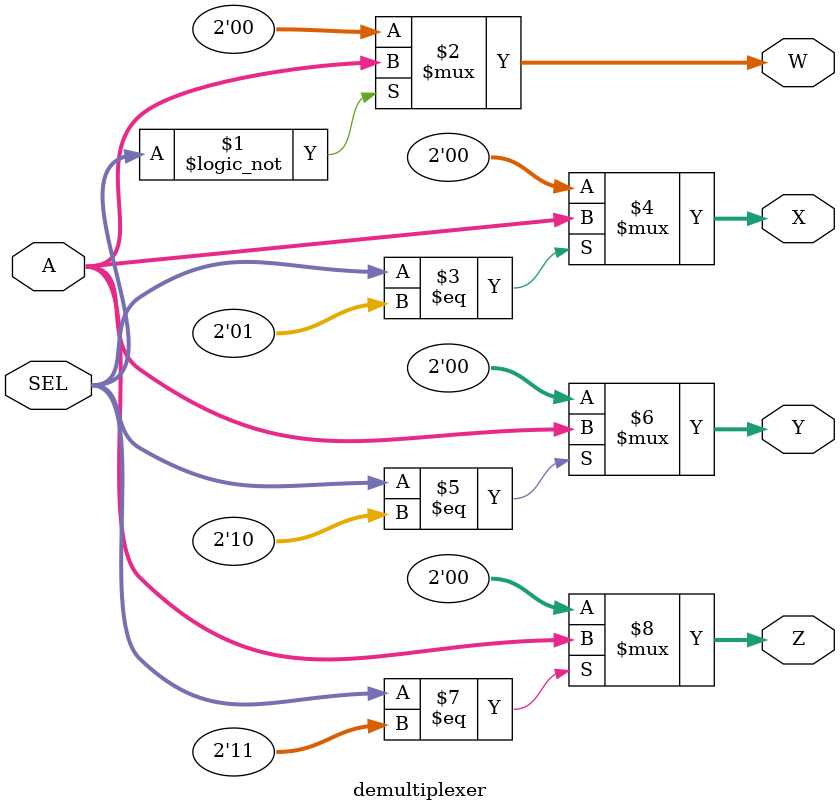
<source format=v>
module demultiplexer(
    input [1:0]A,
    input [1:0]SEL,
    output [1:0]W,
    output [1:0]X,
    output [1:0]Y,
    output [1:0]Z
    );
    
assign W = (SEL[1:0] == 2'b00) ?  A[1:0] : 2'b00;
assign X = (SEL[1:0] == 2'b01) ?  A[1:0] : 2'b00;
assign Y = (SEL[1:0] == 2'b10) ?  A[1:0] : 2'b00;
assign Z = (SEL[1:0] == 2'b11) ?  A[1:0] : 2'b00;

endmodule
</source>
